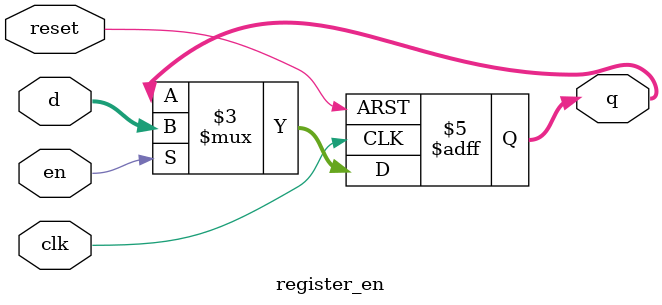
<source format=v>
module register_en
#(parameter width = 32)
(clk,reset,en,d,q);

input clk, reset, en;
input [width-1:0] d;
output reg [width-1:0] q;

always@(posedge clk or negedge reset)
begin
	if(!reset)
		q <= 32'b0;
	else if(en)
		q <= d;
end

endmodule
</source>
